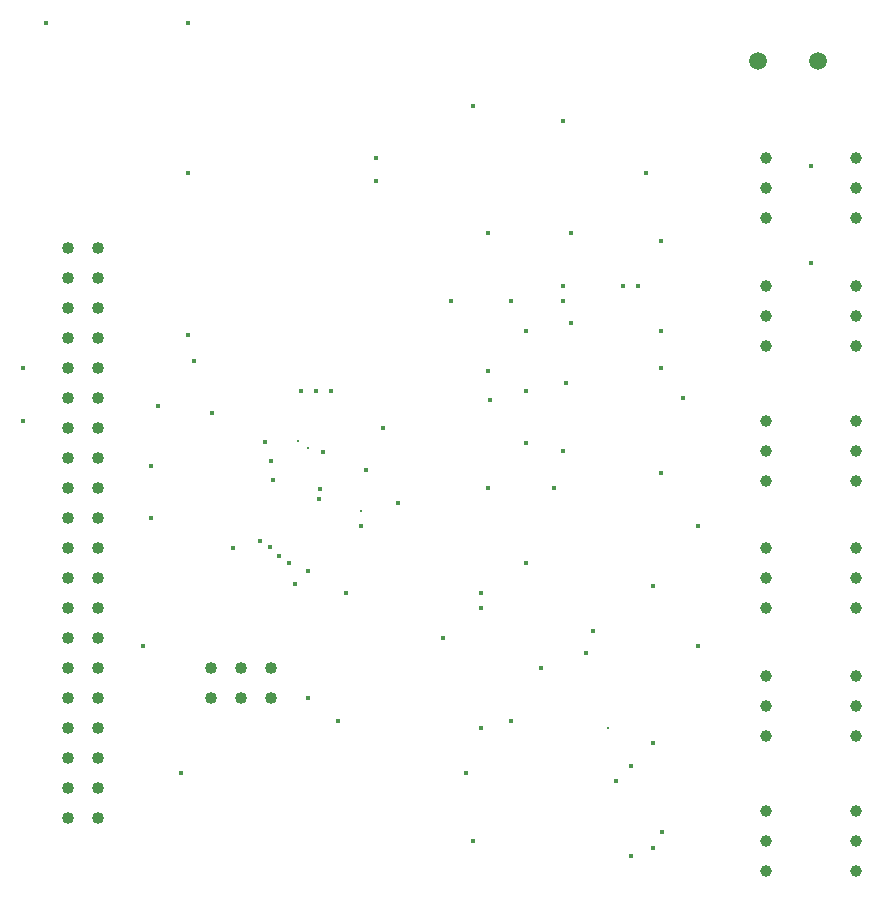
<source format=gbr>
%TF.GenerationSoftware,KiCad,Pcbnew,5.0.2-bee76a0~70~ubuntu18.04.1*%
%TF.CreationDate,2019-03-23T16:18:42+02:00*%
%TF.ProjectId,servos_control_schem,73657276-6f73-45f6-936f-6e74726f6c5f,rev?*%
%TF.SameCoordinates,Original*%
%TF.FileFunction,Plated,1,2,PTH,Drill*%
%TF.FilePolarity,Positive*%
%FSLAX46Y46*%
G04 Gerber Fmt 4.6, Leading zero omitted, Abs format (unit mm)*
G04 Created by KiCad (PCBNEW 5.0.2-bee76a0~70~ubuntu18.04.1) date Sat 23 Mar 2019 04:18:42 PM EET*
%MOMM*%
%LPD*%
G01*
G04 APERTURE LIST*
%TA.AperFunction,ViaDrill*%
%ADD10C,0.300000*%
%TD*%
%TA.AperFunction,ViaDrill*%
%ADD11C,0.400000*%
%TD*%
%TA.AperFunction,ComponentDrill*%
%ADD12C,1.000000*%
%TD*%
%TA.AperFunction,ComponentDrill*%
%ADD13C,1.016000*%
%TD*%
%TA.AperFunction,ComponentDrill*%
%ADD14C,1.520000*%
%TD*%
G04 APERTURE END LIST*
D10*
X138830000Y-96374000D03*
X139630000Y-96958000D03*
X144145000Y-102235000D03*
X165100000Y-120650000D03*
D11*
X115570000Y-90170000D03*
X115570000Y-94615000D03*
X117475000Y-60960000D03*
X125730000Y-113665000D03*
X126365000Y-98425000D03*
X126365000Y-102870000D03*
X127000000Y-93345000D03*
X128905000Y-124460000D03*
X129540000Y-60960000D03*
X129540000Y-73660000D03*
X129540000Y-87376000D03*
X130048000Y-89535000D03*
X131572000Y-93980000D03*
X133350000Y-105410000D03*
X135630000Y-104775000D03*
X136049000Y-96425000D03*
X136430000Y-105315000D03*
X136525000Y-98044000D03*
X136709000Y-99625000D03*
X137230000Y-106045000D03*
X138030000Y-106680000D03*
X138575000Y-108440000D03*
X139065000Y-92075000D03*
X139700000Y-107315000D03*
X139700000Y-118110000D03*
X140335000Y-92075000D03*
X140583000Y-101225000D03*
X140716000Y-100425000D03*
X140913000Y-97225000D03*
X141605000Y-92075000D03*
X142240000Y-120015000D03*
X142875000Y-109220000D03*
X144145000Y-103505000D03*
X144545000Y-98825000D03*
X145415000Y-72390000D03*
X145415000Y-74295000D03*
X146050000Y-95250000D03*
X147320000Y-101600000D03*
X151130000Y-113030000D03*
X151765000Y-84455000D03*
X153035000Y-124460000D03*
X153670000Y-67945000D03*
X153670000Y-130175000D03*
X154305000Y-109220000D03*
X154305000Y-110490000D03*
X154305000Y-120650000D03*
X154940000Y-78740000D03*
X154940000Y-90424000D03*
X154940000Y-100330000D03*
X155073372Y-92843372D03*
X156845000Y-84455000D03*
X156845000Y-120015000D03*
X158115000Y-86995000D03*
X158115000Y-92075000D03*
X158115000Y-96520000D03*
X158115000Y-106680000D03*
X159385000Y-115570000D03*
X160528000Y-100330000D03*
X161290000Y-69215000D03*
X161290000Y-83185000D03*
X161290000Y-84455000D03*
X161290000Y-97155000D03*
X161544000Y-91440000D03*
X161925000Y-78740000D03*
X161925000Y-86360000D03*
X163195000Y-114300000D03*
X163830000Y-112395000D03*
X165735000Y-125095000D03*
X166370000Y-83185000D03*
X167005000Y-123825000D03*
X167005000Y-131445000D03*
X167640000Y-83185000D03*
X168275000Y-73660000D03*
X168910000Y-108585000D03*
X168910000Y-121920000D03*
X168910000Y-130810000D03*
X169545000Y-79375000D03*
X169545000Y-86995000D03*
X169545000Y-90170000D03*
X169545000Y-99060000D03*
X169635001Y-129449999D03*
X171450000Y-92710000D03*
X172720000Y-103505000D03*
X172720000Y-113665000D03*
X182245000Y-73025000D03*
X182245000Y-81280000D03*
D12*
%TO.C,M1*%
X186055000Y-72390000D03*
X186055000Y-74930000D03*
X186055000Y-77470000D03*
%TO.C,M3*%
X186055000Y-94615000D03*
X186055000Y-97155000D03*
X186055000Y-99695000D03*
%TO.C,CSEN1*%
X178435000Y-72390000D03*
X178435000Y-74930000D03*
X178435000Y-77470000D03*
%TO.C,CSEN4*%
X178435000Y-105410000D03*
X178435000Y-107950000D03*
X178435000Y-110490000D03*
%TO.C,M5*%
X186055000Y-116205000D03*
X186055000Y-118745000D03*
X186055000Y-121285000D03*
%TO.C,M6*%
X186055000Y-127635000D03*
X186055000Y-130175000D03*
X186055000Y-132715000D03*
%TO.C,CSEN2*%
X178435000Y-83185000D03*
X178435000Y-85725000D03*
X178435000Y-88265000D03*
%TO.C,CSEN5*%
X178435000Y-116205000D03*
X178435000Y-118745000D03*
X178435000Y-121285000D03*
%TO.C,M2*%
X186055000Y-83185000D03*
X186055000Y-85725000D03*
X186055000Y-88265000D03*
%TO.C,CSEN6*%
X178435000Y-127635000D03*
X178435000Y-130175000D03*
X178435000Y-132715000D03*
%TO.C,CSEN3*%
X178435000Y-94615000D03*
X178435000Y-97155000D03*
X178435000Y-99695000D03*
%TO.C,M4*%
X186055000Y-105410000D03*
X186055000Y-107950000D03*
X186055000Y-110490000D03*
D13*
%TO.C,J1*%
X131445000Y-115570000D03*
X131445000Y-118110000D03*
X133985000Y-115570000D03*
X133985000Y-118110000D03*
X136525000Y-115570000D03*
X136525000Y-118110000D03*
%TO.C,J2*%
X119380000Y-80010000D03*
X119380000Y-82550000D03*
X119380000Y-85090000D03*
X119380000Y-87630000D03*
X119380000Y-90170000D03*
X119380000Y-92710000D03*
X119380000Y-95250000D03*
X119380000Y-97790000D03*
X119380000Y-100330000D03*
X119380000Y-102870000D03*
X119380000Y-105410000D03*
X119380000Y-107950000D03*
X119380000Y-110490000D03*
X119380000Y-113030000D03*
X119380000Y-115570000D03*
X119380000Y-118110000D03*
X119380000Y-120650000D03*
X119380000Y-123190000D03*
X119380000Y-125730000D03*
X119380000Y-128270000D03*
X121920000Y-80010000D03*
X121920000Y-82550000D03*
X121920000Y-85090000D03*
X121920000Y-87630000D03*
X121920000Y-90170000D03*
X121920000Y-92710000D03*
X121920000Y-95250000D03*
X121920000Y-97790000D03*
X121920000Y-100330000D03*
X121920000Y-102870000D03*
X121920000Y-105410000D03*
X121920000Y-107950000D03*
X121920000Y-110490000D03*
X121920000Y-113030000D03*
X121920000Y-115570000D03*
X121920000Y-118110000D03*
X121920000Y-120650000D03*
X121920000Y-123190000D03*
X121920000Y-125730000D03*
X121920000Y-128270000D03*
D14*
%TO.C,J3*%
X177800000Y-64135000D03*
X182880000Y-64135000D03*
M02*

</source>
